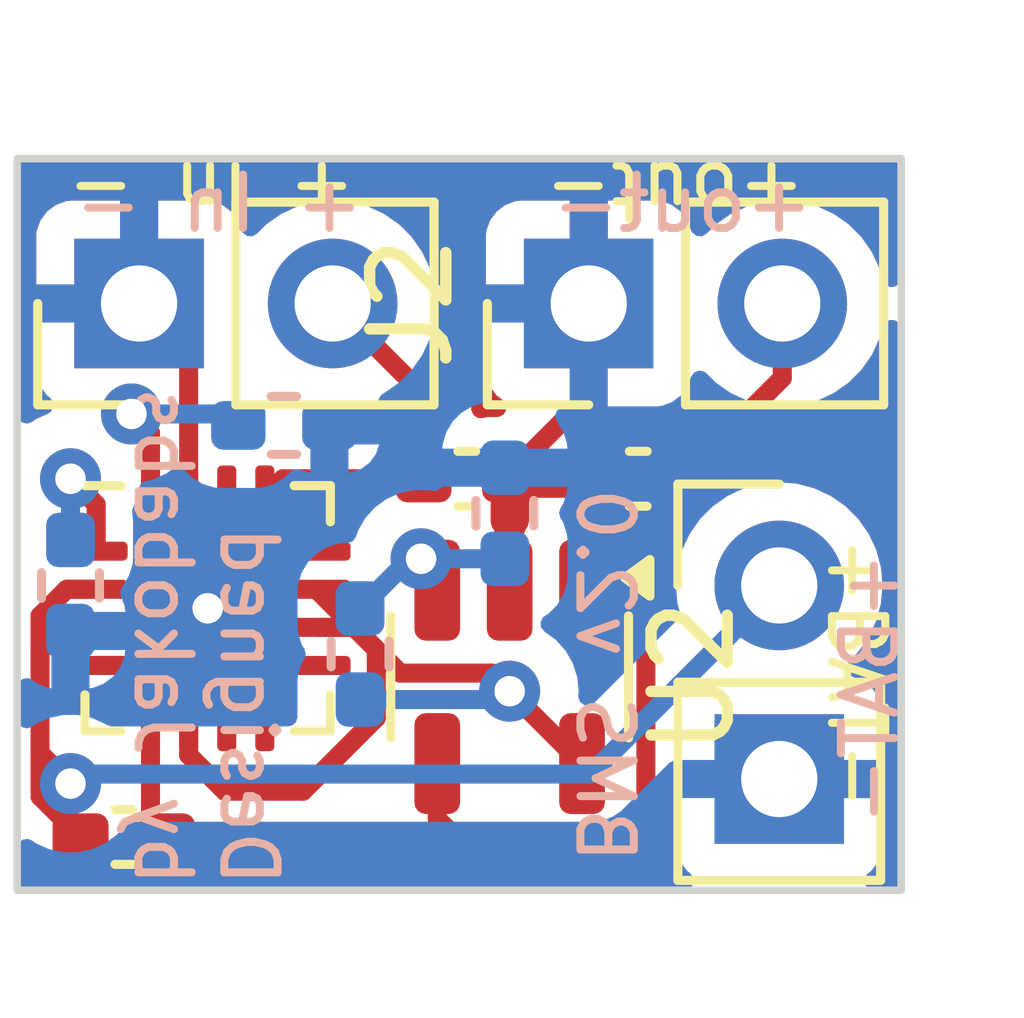
<source format=kicad_pcb>
(kicad_pcb (version 20240108) (generator "pcbnew") (generator_version "8.0")
  (layers (0 "F.Cu" signal) (31 "B.Cu" signal) (34 "B.Paste" user) (35 "F.Paste" user) (36 "B.SilkS" user "B.Silkscreen") (37 "F.SilkS" user "F.Silkscreen") (38 "B.Mask" user) (39 "F.Mask" user) (44 "Edge.Cuts" user))
  (net 0 "")
  (net 1 "Net-(U1-EN1)")
  (net 2 "GND")
  (net 3 "Net-(U1-ISET)")
  (net 4 "Net-(U1-TS)")
  (net 9 "/Vin")
  (net 10 "Net-(BT1-+)")
  (net 11 "Net-(J2-Pin_2)")
  (net 12 "Net-(U2-+)")
  (footprint "Connector_PinHeader_2.54mm:PinHeader_1x02_P2.54mm_Vertical" (layer "F.Cu") (at 161.3 79.5 90)
    (property "Reference" "J1" (hide yes))
    (property "Value" "Power In" (hide yes))
    (fp_line (start -1.33 -1.33) (end 0 -1.33) (stroke (width 0.12)) (layer "F.SilkS"))
    (fp_line (start -1.33 0) (end -1.33 -1.33) (stroke (width 0.12)) (layer "F.SilkS"))
    (fp_line (start 1.33 1.27) (end 1.33 3.87) (stroke (width 0.12)) (layer "F.SilkS"))
    (fp_line (start -1.33 1.27) (end 1.33 1.27) (stroke (width 0.12)) (layer "F.SilkS"))
    (fp_line (start -1.33 1.27) (end -1.33 3.87) (stroke (width 0.12)) (layer "F.SilkS"))
    (fp_line (start -1.33 3.87) (end 1.33 3.87) (stroke (width 0.12)) (layer "F.SilkS"))
    (pad "1" thru_hole rect (at 0 0 90) (size 1.7 1.7) (drill 1) (layers "*.Cu" "*.Mask") (net 2 "GND"))
    (pad "2" thru_hole oval (at 0 2.54 90) (size 1.7 1.7) (drill 1) (layers "*.Cu" "*.Mask") (net 9 "/Vin"))
  )
  (footprint "Package_TO_SOT_SMD:SOT-23-5" (layer "F.Cu") (at 166.1625 84.4 -90)
    (property "Reference" "U2" (at 0 -2.4 90) (layer "F.SilkS"))
    (property "Value" "TLV9041IDB")
    (fp_line (start 0 1.560001) (end -0.8 1.56) (stroke (width 0.12)) (layer "F.SilkS"))
    (fp_line (start 0 1.560001) (end 0.8 1.56) (stroke (width 0.12)) (layer "F.SilkS"))
    (fp_line (start 0 -1.560001) (end -0.8 -1.56) (stroke (width 0.12)) (layer "F.SilkS"))
    (fp_line (start 0 -1.560001) (end 0.8 -1.56) (stroke (width 0.12)) (layer "F.SilkS"))
    (fp_poly (pts (xy -1.3 -1.51) (xy -1.54 -1.84) (xy -1.06 -1.84) (xy -1.3 -1.51)) (stroke (width 0.12)) (fill solid) (layer "F.SilkS"))
    (pad "1" smd roundrect (at -1.1375 -0.949999 270) (size 1.325 0.6) (layers "F.Cu" "F.Paste" "F.Mask") (net 11 "Net-(J2-Pin_2)"))
    (pad "2" smd roundrect (at -1.1375 0 270) (size 1.325 0.6) (layers "F.Cu" "F.Paste" "F.Mask") (net 2 "GND"))
    (pad "3" smd roundrect (at -1.1375 0.949999 270) (size 1.325 0.6) (layers "F.Cu" "F.Paste" "F.Mask") (net 12 "Net-(U2-+)"))
    (pad "4" smd roundrect (at 1.1375 0.949999 270) (size 1.325 0.6) (layers "F.Cu" "F.Paste" "F.Mask") (net 11 "Net-(J2-Pin_2)"))
    (pad "5" smd roundrect (at 1.1375 -0.949999 270) (size 1.325 0.6) (layers "F.Cu" "F.Paste" "F.Mask") (net 1 "Net-(U1-EN1)"))
  )
  (footprint "Capacitor_SMD:C_0402_1005Metric_Pad0.74x0.62mm_HandSolder" (layer "F.Cu") (at 167.85 81.8)
    (property "Reference" "C3" (hide yes))
    (property "Value" "1uF")
    (fp_line (start -0.115835 -0.36) (end 0.115835 -0.36) (stroke (width 0.12)) (layer "F.SilkS"))
    (fp_line (start -0.115835 0.36) (end 0.115835 0.36) (stroke (width 0.12)) (layer "F.SilkS"))
    (pad "1" smd roundrect (at -0.5675 0) (size 0.735 0.62) (layers "F.Cu" "F.Paste" "F.Mask") (net 2 "GND"))
    (pad "2" smd roundrect (at 0.5675 0) (size 0.735 0.62) (layers "F.Cu" "F.Paste" "F.Mask") (net 11 "Net-(J2-Pin_2)"))
  )
  (footprint "Connector_PinHeader_2.54mm:PinHeader_1x02_P2.54mm_Vertical" (layer "F.Cu") (at 167.2 79.5 90)
    (property "Reference" "J2" (at 0 -2.33 90) (layer "F.SilkS"))
    (property "Value" "Power Out")
    (fp_line (start -1.33 -1.33) (end 0 -1.33) (stroke (width 0.12)) (layer "F.SilkS"))
    (fp_line (start -1.33 0) (end -1.33 -1.33) (stroke (width 0.12)) (layer "F.SilkS"))
    (fp_line (start 1.33 1.270001) (end 1.33 3.87) (stroke (width 0.12)) (layer "F.SilkS"))
    (fp_line (start -1.33 1.270001) (end 1.33 1.270001) (stroke (width 0.12)) (layer "F.SilkS"))
    (fp_line (start -1.33 1.270001) (end -1.33 3.87) (stroke (width 0.12)) (layer "F.SilkS"))
    (fp_line (start -1.33 3.87) (end 1.33 3.87) (stroke (width 0.12)) (layer "F.SilkS"))
    (pad "1" thru_hole rect (at 0 0 90) (size 1.7 1.7) (drill 1) (layers "*.Cu" "*.Mask") (net 2 "GND"))
    (pad "2" thru_hole oval (at 0 2.54 90) (size 1.7 1.7) (drill 1) (layers "*.Cu" "*.Mask") (net 11 "Net-(J2-Pin_2)"))
  )
  (footprint "Capacitor_SMD:C_0402_1005Metric_Pad0.74x0.62mm_HandSolder" (layer "F.Cu") (at 161.1 86.5)
    (property "Reference" "C2" (hide yes))
    (property "Value" "4.7uF" (hide yes))
    (fp_line (start -0.115835 -0.36) (end 0.115835 -0.36) (stroke (width 0.12)) (layer "F.SilkS"))
    (fp_line (start -0.115835 0.36) (end 0.115835 0.36) (stroke (width 0.12)) (layer "F.SilkS"))
    (pad "1" smd roundrect (at -0.5675 0) (size 0.735 0.62) (layers "F.Cu" "F.Paste" "F.Mask") (net 10 "Net-(BT1-+)"))
    (pad "2" smd roundrect (at 0.5675 0) (size 0.735 0.62) (layers "F.Cu" "F.Paste" "F.Mask") (net 2 "GND"))
  )
  (footprint "Package_DFN_QFN:VQFN-16-1EP_3x3mm_P0.5mm_EP1.68x1.68mm" (layer "F.Cu") (at 162.2 83.5)
    (property "Reference" "U1" (hide yes))
    (property "Value" "BQ24072RGT" (hide yes))
    (fp_line (start -1.61 1.61) (end -1.61 1.135) (stroke (width 0.12)) (layer "F.SilkS"))
    (fp_line (start -1.135 -1.61) (end -1.61 -1.61) (stroke (width 0.12)) (layer "F.SilkS"))
    (fp_line (start -1.135 1.61) (end -1.61 1.61) (stroke (width 0.12)) (layer "F.SilkS"))
    (fp_line (start 1.135 -1.61) (end 1.61 -1.61) (stroke (width 0.12)) (layer "F.SilkS"))
    (fp_line (start 1.135 1.61) (end 1.61 1.61) (stroke (width 0.12)) (layer "F.SilkS"))
    (fp_line (start 1.61 -1.61) (end 1.61 -1.135) (stroke (width 0.12)) (layer "F.SilkS"))
    (fp_line (start 1.61 1.61) (end 1.61 1.135) (stroke (width 0.12)) (layer "F.SilkS"))
    (pad "1" smd roundrect (at -1.4625 -0.75) (size 0.825 0.25) (layers "F.Cu" "F.Paste" "F.Mask") (net 4 "Net-(U1-TS)"))
    (pad "2" smd roundrect (at -1.4625 -0.25) (size 0.825 0.25) (layers "F.Cu" "F.Paste" "F.Mask") (net 10 "Net-(BT1-+)"))
    (pad "3" smd roundrect (at -1.4625 0.25) (size 0.825 0.25) (layers "F.Cu" "F.Paste" "F.Mask") (net 10 "Net-(BT1-+)"))
    (pad "4" smd roundrect (at -1.4625 0.75) (size 0.825 0.25) (layers "F.Cu" "F.Paste" "F.Mask") (net 2 "GND"))
    (pad "5" smd roundrect (at -0.75 1.4625) (size 0.25 0.825) (layers "F.Cu" "F.Paste" "F.Mask") (net 2 "GND"))
    (pad "6" smd roundrect (at -0.25 1.4625) (size 0.25 0.825) (layers "F.Cu" "F.Paste" "F.Mask") (net 1 "Net-(U1-EN1)"))
    (pad "7" smd roundrect (at 0.25 1.4625) (size 0.25 0.825) (layers "F.Cu" "F.Paste" "F.Mask"))
    (pad "8" smd roundrect (at 0.75 1.4625) (size 0.25 0.825) (layers "F.Cu" "F.Paste" "F.Mask") (net 2 "GND"))
    (pad "9" smd roundrect (at 1.4625 0.75) (size 0.825 0.25) (layers "F.Cu" "F.Paste" "F.Mask"))
    (pad "10" smd roundrect (at 1.4625 0.25) (size 0.825 0.25) (layers "F.Cu" "F.Paste" "F.Mask") (net 1 "Net-(U1-EN1)"))
    (pad "11" smd roundrect (at 1.4625 -0.25) (size 0.825 0.25) (layers "F.Cu" "F.Paste" "F.Mask") (net 1 "Net-(U1-EN1)"))
    (pad "12" smd roundrect (at 1.4625 -0.75) (size 0.825 0.25) (layers "F.Cu" "F.Paste" "F.Mask"))
    (pad "13" smd roundrect (at 0.75 -1.4625) (size 0.25 0.825) (layers "F.Cu" "F.Paste" "F.Mask") (net 9 "/Vin"))
    (pad "14" smd roundrect (at 0.25 -1.4625) (size 0.25 0.825) (layers "F.Cu" "F.Paste" "F.Mask"))
    (pad "15" smd roundrect (at -0.25 -1.4625) (size 0.25 0.825) (layers "F.Cu" "F.Paste" "F.Mask") (net 2 "GND"))
    (pad "16" smd roundrect (at -0.75 -1.4625) (size 0.25 0.825) (layers "F.Cu" "F.Paste" "F.Mask") (net 3 "Net-(U1-ISET)"))
    (pad "17" smd rect (at 0 0) (size 1.68 1.68) (layers "F.Cu" "F.Mask") (net 2 "GND"))
  )
  (footprint "Connector_PinHeader_2.54mm:PinHeader_1x02_P2.54mm_Vertical" (layer "F.Cu") (at 169.7 83.2)
    (property "Reference" "BT1" (hide yes))
    (property "Value" "3.7V" (hide yes))
    (fp_line (start -1.33 -1.33) (end 0 -1.33) (stroke (width 0.12)) (layer "F.SilkS"))
    (fp_line (start -1.33 0) (end -1.33 -1.33) (stroke (width 0.12)) (layer "F.SilkS"))
    (fp_line (start -1.33 1.27) (end -1.33 3.87) (stroke (width 0.12)) (layer "F.SilkS"))
    (fp_line (start -1.33 1.27) (end 1.33 1.27) (stroke (width 0.12)) (layer "F.SilkS"))
    (fp_line (start -1.33 3.87) (end 1.33 3.87) (stroke (width 0.12)) (layer "F.SilkS"))
    (fp_line (start 1.33 1.27) (end 1.33 3.87) (stroke (width 0.12)) (layer "F.SilkS"))
    (pad "1" thru_hole oval (at 0 0) (size 1.7 1.7) (drill 1) (layers "*.Cu" "*.Mask") (net 10 "Net-(BT1-+)"))
    (pad "2" thru_hole rect (at 0 2.54) (size 1.7 1.7) (drill 1) (layers "*.Cu" "*.Mask") (net 2 "GND"))
  )
  (footprint "Capacitor_SMD:C_0402_1005Metric_Pad0.74x0.62mm_HandSolder" (layer "F.Cu") (at 165.6 81.8)
    (property "Reference" "C1" (hide yes))
    (property "Value" "1uF" (hide yes))
    (fp_line (start -0.115835 -0.36) (end 0.115835 -0.36) (stroke (width 0.12)) (layer "F.SilkS"))
    (fp_line (start -0.115835 0.36) (end 0.115835 0.36) (stroke (width 0.12)) (layer "F.SilkS"))
    (pad "1" smd roundrect (at -0.5675 0) (size 0.735 0.62) (layers "F.Cu" "F.Paste" "F.Mask") (net 9 "/Vin"))
    (pad "2" smd roundrect (at 0.5675 0) (size 0.735 0.62) (layers "F.Cu" "F.Paste" "F.Mask") (net 2 "GND"))
  )
  (footprint "Resistor_SMD:R_0402_1005Metric_Pad0.72x0.64mm_HandSolder" (layer "B.Cu") (at 164.2 84.1 90)
    (property "Reference" "R3" (hide yes))
    (property "Value" "600k")
    (fp_line (start 0.167621 -0.380001) (end -0.167621 -0.380001) (stroke (width 0.12)) (layer "B.SilkS"))
    (fp_line (start 0.167621 0.380001) (end -0.167621 0.380001) (stroke (width 0.12)) (layer "B.SilkS"))
    (pad "1" smd roundrect (at -0.5975 0 90) (size 0.715 0.64) (layers "B.Cu" "B.Paste" "B.Mask") (net 1 "Net-(U1-EN1)"))
    (pad "2" smd roundrect (at 0.5975 0 90) (size 0.715 0.64) (layers "B.Cu" "B.Paste" "B.Mask") (net 12 "Net-(U2-+)"))
  )
  (footprint "Resistor_SMD:R_0402_1005Metric_Pad0.72x0.64mm_HandSolder" (layer "B.Cu") (at 163.2 81.1)
    (property "Reference" "R1" (hide yes))
    (property "Value" "8.89k" (hide yes))
    (fp_line (start -0.167621 -0.38) (end 0.167621 -0.38) (stroke (width 0.12)) (layer "B.SilkS"))
    (fp_line (start -0.167621 0.38) (end 0.167621 0.38) (stroke (width 0.12)) (layer "B.SilkS"))
    (pad "1" smd roundrect (at -0.5975 0) (size 0.715 0.64) (layers "B.Cu" "B.Paste" "B.Mask") (net 3 "Net-(U1-ISET)"))
    (pad "2" smd roundrect (at 0.5975 0) (size 0.715 0.64) (layers "B.Cu" "B.Paste" "B.Mask") (net 2 "GND") (thermal_bridge_width 0.5) (thermal_gap 0.3))
  )
  (footprint "Resistor_SMD:R_0402_1005Metric_Pad0.72x0.64mm_HandSolder" (layer "B.Cu") (at 166.1 82.2525 90)
    (property "Reference" "R4" (hide yes))
    (property "Value" "400k")
    (fp_line (start 0.167621 -0.380001) (end -0.167621 -0.380001) (stroke (width 0.12)) (layer "B.SilkS"))
    (fp_line (start 0.167621 0.380001) (end -0.167621 0.380001) (stroke (width 0.12)) (layer "B.SilkS"))
    (pad "1" smd roundrect (at -0.5975 0 90) (size 0.715 0.64) (layers "B.Cu" "B.Paste" "B.Mask") (net 12 "Net-(U2-+)"))
    (pad "2" smd roundrect (at 0.5975 0 90) (size 0.715 0.64) (layers "B.Cu" "B.Paste" "B.Mask") (net 2 "GND"))
  )
  (footprint "Resistor_SMD:R_0402_1005Metric_Pad0.72x0.64mm_HandSolder" (layer "B.Cu") (at 160.4 83.2 -90)
    (property "Reference" "R2" (hide yes))
    (property "Value" "10k" (hide yes))
    (fp_line (start -0.167621 0.38) (end 0.167621 0.38) (stroke (width 0.12)) (layer "B.SilkS"))
    (fp_line (start -0.167621 -0.38) (end 0.167621 -0.38) (stroke (width 0.12)) (layer "B.SilkS"))
    (pad "1" smd roundrect (at -0.5975 0 270) (size 0.715 0.64) (layers "B.Cu" "B.Paste" "B.Mask") (net 4 "Net-(U1-TS)"))
    (pad "2" smd roundrect (at 0.5975 0 270) (size 0.715 0.64) (layers "B.Cu" "B.Paste" "B.Mask") (net 2 "GND") (thermal_bridge_width 0.5) (thermal_gap 0.4))
  )
  (gr_rect (start 159.7 77.6) (end 171.3 87.2) (stroke (width 0.1)) (fill none) (layer "Edge.Cuts"))
  (gr_text "+out-" (at 170.2 78.6 0) (layer "B.SilkS") (effects (font (size 0.7 0.7) (thickness 0.105)) (justify left bottom mirror)))
  (gr_text "+ In -" (at 164.3 78.6 0) (layer "B.SilkS") (effects (font (size 0.7 0.7) (thickness 0.105)) (justify left bottom mirror)))
  (gr_text "Designed\nby Jakobabs" (at 161.2 87.2 -90) (layer "B.SilkS") (effects (font (size 0.7 0.7) (thickness 0.105)) (justify left bottom mirror)))
  (gr_text "BMS v2.0" (at 167 86.9 270) (layer "B.SilkS") (effects (font (size 0.7 0.7) (thickness 0.105)) (justify left bottom mirror)))
  (gr_text "+BAT-" (at 171.3 82.7 90) (layer "B.SilkS") (effects (font (size 0.7 0.7) (thickness 0.105)) (justify left bottom mirror)))
  (gr_text "+out-" (at 170.1 77.6 180) (layer "F.SilkS") (effects (font (size 0.7 0.7) (thickness 0.105)) (justify left bottom)))
  (gr_text "+BAT-" (at 170.3 82.5 -90) (layer "F.SilkS") (effects (font (size 0.7 0.7) (thickness 0.105)) (justify left bottom)))
  (gr_text "+ In -" (at 164.2 77.6 180) (layer "F.SilkS") (effects (font (size 0.7 0.7) (thickness 0.105)) (justify left bottom)))
  (segment (start 161.95 84.9625) (end 161.95 85.42474) (width 0.25) (layer "F.Cu") (net 1))
  (segment (start 167.112499 85.537499) (end 166.1625 84.5875) (width 0.25) (layer "F.Cu") (net 1))
  (segment (start 163.6625 83.25) (end 163.6625 83.28776) (width 0.25) (layer "F.Cu") (net 1))
  (segment (start 165.924999 84.35) (end 166.1625 84.5875) (width 0.25) (layer "F.Cu") (net 1))
  (segment (start 162.42526 85.9) (end 163.45 85.9) (width 0.25) (layer "F.Cu") (net 1))
  (segment (start 164.72474 84.35) (end 165.924999 84.35) (width 0.25) (layer "F.Cu") (net 1))
  (segment (start 164.41237 84.03763) (end 164.12474 83.75) (width 0.25) (layer "F.Cu") (net 1))
  (segment (start 161.95 85.42474) (end 162.42526 85.9) (width 0.25) (layer "F.Cu") (net 1))
  (segment (start 163.6625 83.28776) (end 164.72474 84.35) (width 0.25) (layer "F.Cu") (net 1))
  (segment (start 164.12474 83.75) (end 163.6625 83.75) (width 0.25) (layer "F.Cu") (net 1))
  (segment (start 167.112499 85.5375) (end 167.112499 85.537499) (width 0.25) (layer "F.Cu") (net 1))
  (segment (start 164.12474 83.75) (end 164.72474 84.35) (width 0.25) (layer "F.Cu") (net 1))
  (segment (start 163.45 85.9) (end 164.41237 84.93763) (width 0.25) (layer "F.Cu") (net 1))
  (segment (start 164.41237 84.93763) (end 164.41237 84.03763) (width 0.25) (layer "F.Cu") (net 1))
  (via (at 166.1625 84.5875) (size 0.8) (drill 0.4) (layers "F.Cu" "B.Cu") (net 1))
  (segment (start 166.0525 84.6975) (end 166.1625 84.5875) (width 0.25) (layer "B.Cu") (net 1))
  (segment (start 164.2 84.6975) (end 166.0525 84.6975) (width 0.25) (layer "B.Cu") (net 1))
  (segment (start 167.2 80.7) (end 167.2 79.5) (width 0.25) (layer "F.Cu") (net 2))
  (segment (start 161.45 84.25) (end 162.2 83.5) (width 0.25) (layer "F.Cu") (net 2))
  (segment (start 161.95 80.15) (end 161.3 79.5) (width 0.25) (layer "F.Cu") (net 2))
  (segment (start 162.925 84.225) (end 162.2 83.5) (width 0.25) (layer "F.Cu") (net 2))
  (segment (start 160.7375 84.25) (end 161.45 84.25) (width 0.25) (layer "F.Cu") (net 2))
  (segment (start 166.1625 81.805) (end 166.1675 81.8) (width 0.25) (layer "F.Cu") (net 2))
  (segment (start 166.1675 81.8) (end 166.1675 81.7325) (width 0.25) (layer "F.Cu") (net 2))
  (segment (start 167.2825 79.5825) (end 167.2 79.5) (width 0.25) (layer "F.Cu") (net 2))
  (segment (start 161.45 84.9625) (end 161.45 84.25) (width 0.25) (layer "F.Cu") (net 2))
  (segment (start 161.95 83.25) (end 162.2 83.5) (width 0.25) (layer "F.Cu") (net 2))
  (segment (start 161.95 82.0375) (end 161.95 83.25) (width 0.25) (layer "F.Cu") (net 2))
  (segment (start 161.45 86.2825) (end 161.6675 86.5) (width 0.25) (layer "F.Cu") (net 2))
  (segment (start 162.95 84.9625) (end 162.925 84.9375) (width 0.25) (layer "F.Cu") (net 2))
  (segment (start 166.1675 81.7325) (end 167.2 80.7) (width 0.25) (layer "F.Cu") (net 2))
  (segment (start 167.2825 81.8) (end 167.2825 79.5825) (width 0.25) (layer "F.Cu") (net 2))
  (segment (start 166.1625 83.2625) (end 166.1625 81.805) (width 0.25) (layer "F.Cu") (net 2))
  (segment (start 162.925 84.9375) (end 162.925 84.225) (width 0.25) (layer "F.Cu") (net 2))
  (segment (start 161.95 82.0375) (end 161.95 80.15) (width 0.25) (layer "F.Cu") (net 2))
  (segment (start 161.45 84.9625) (end 161.45 86.2825) (width 0.25) (layer "F.Cu") (net 2))
  (via (at 162.2 83.5) (size 0.8) (drill 0.4) (layers "F.Cu" "B.Cu") (net 2))
  (segment (start 161.45 81.199502) (end 161.2 80.949502) (width 0.25) (layer "F.Cu") (net 3))
  (segment (start 161.45 82.0375) (end 161.45 81.199502) (width 0.25) (layer "F.Cu") (net 3))
  (via (at 161.2 80.949502) (size 0.8) (drill 0.4) (layers "F.Cu" "B.Cu") (net 3))
  (segment (start 162.452002 80.949502) (end 162.6025 81.1) (width 0.25) (layer "B.Cu") (net 3))
  (segment (start 161.2 80.949502) (end 162.452002 80.949502) (width 0.25) (layer "B.Cu") (net 3))
  (segment (start 160.4 81.8) (end 160.7375 82.1375) (width 0.25) (layer "F.Cu") (net 4))
  (segment (start 160.7375 82.1375) (end 160.7375 82.75) (width 0.25) (layer "F.Cu") (net 4))
  (via (at 160.4 81.8) (size 0.8) (drill 0.4) (layers "F.Cu" "B.Cu") (net 4))
  (segment (start 160.4 81.8) (end 160.4 82.6025) (width 0.25) (layer "B.Cu") (net 4))
  (segment (start 165.0325 81.8) (end 165.0325 80.6925) (width 0.25) (layer "F.Cu") (net 9))
  (segment (start 163.1875 81.8) (end 162.95 82.0375) (width 0.25) (layer "F.Cu") (net 9))
  (segment (start 165.0325 81.8) (end 163.1875 81.8) (width 0.25) (layer "F.Cu") (net 9))
  (segment (start 165.0325 80.6925) (end 163.84 79.5) (width 0.25) (layer "F.Cu") (net 9))
  (segment (start 160 85.1) (end 160 85.9675) (width 0.25) (layer "F.Cu") (net 10))
  (segment (start 160 85.1) (end 160 85.4) (width 0.25) (layer "F.Cu") (net 10))
  (segment (start 160.7375 83.25) (end 160.35 83.25) (width 0.25) (layer "F.Cu") (net 10))
  (segment (start 160 85.4) (end 160.4 85.8) (width 0.25) (layer "F.Cu") (net 10))
  (segment (start 160 85.9675) (end 160.5325 86.5) (width 0.25) (layer "F.Cu") (net 10))
  (segment (start 160 83.6) (end 160 84.3) (width 0.25) (layer "F.Cu") (net 10))
  (segment (start 160.276992 83.75) (end 160 84.026992) (width 0.25) (layer "F.Cu") (net 10))
  (segment (start 160.7375 83.75) (end 160.276992 83.75) (width 0.25) (layer "F.Cu") (net 10))
  (segment (start 160 84.3) (end 160 85.1) (width 0.25) (layer "F.Cu") (net 10))
  (segment (start 160.35 83.25) (end 160 83.6) (width 0.25) (layer "F.Cu") (net 10))
  (segment (start 160 84.026992) (end 160 84.3) (width 0.25) (layer "F.Cu") (net 10))
  (via (at 160.4 85.8) (size 0.8) (drill 0.4) (layers "F.Cu" "B.Cu") (net 10))
  (segment (start 167.225 85.675) (end 169.7 83.2) (width 0.25) (layer "B.Cu") (net 10))
  (segment (start 160.4 85.8) (end 160.525 85.675) (width 0.25) (layer "B.Cu") (net 10))
  (segment (start 160.525 85.675) (end 167.225 85.675) (width 0.25) (layer "B.Cu") (net 10))
  (segment (start 167.112499 83.2625) (end 167.112499 83.105001) (width 0.25) (layer "F.Cu") (net 11))
  (segment (start 167.95 84.100001) (end 167.112499 83.2625) (width 0.25) (layer "F.Cu") (net 11))
  (segment (start 167.55 86.75) (end 167.95 86.35) (width 0.25) (layer "F.Cu") (net 11))
  (segment (start 165.212501 86.262501) (end 165.7 86.75) (width 0.25) (layer "F.Cu") (net 11))
  (segment (start 168.4175 81.8) (end 169.74 80.4775) (width 0.25) (layer "F.Cu") (net 11))
  (segment (start 165.212501 85.5375) (end 165.212501 86.262501) (width 0.25) (layer "F.Cu") (net 11))
  (segment (start 167.112499 83.105001) (end 168.4175 81.8) (width 0.25) (layer "F.Cu") (net 11))
  (segment (start 169.74 80.4775) (end 169.74 79.5) (width 0.25) (layer "F.Cu") (net 11))
  (segment (start 165.7 86.75) (end 167.55 86.75) (width 0.25) (layer "F.Cu") (net 11))
  (segment (start 167.95 86.35) (end 167.95 84.100001) (width 0.25) (layer "F.Cu") (net 11))
  (segment (start 165.212501 83.062501) (end 165 82.85) (width 0.25) (layer "F.Cu") (net 12))
  (segment (start 165.212501 83.2625) (end 165.212501 83.062501) (width 0.25) (layer "F.Cu") (net 12))
  (via (at 165 82.85) (size 0.8) (drill 0.4) (layers "F.Cu" "B.Cu") (net 12))
  (segment (start 165 82.85) (end 164.8525 82.85) (width 0.25) (layer "B.Cu") (net 12))
  (segment (start 164.8525 82.85) (end 164.2 83.5025) (width 0.25) (layer "B.Cu") (net 12))
  (segment (start 165 82.85) (end 166.1 82.85) (width 0.25) (layer "B.Cu") (net 12))
  (zone (net 2) (net_name "GND") (layers "F&B.Cu") (priority 1) (connect_pads (clearance 0.5)) (min_thickness 0.25) (fill yes (thermal_gap 0.5) (thermal_bridge_width 0.5) (island_removal_mode 2) (island_area_min 10))
    (polygon (pts (xy 159.7 77.6) (xy 171.3 77.6) (xy 171.3 87.2) (xy 159.7 87.2)))
  )
)
</source>
